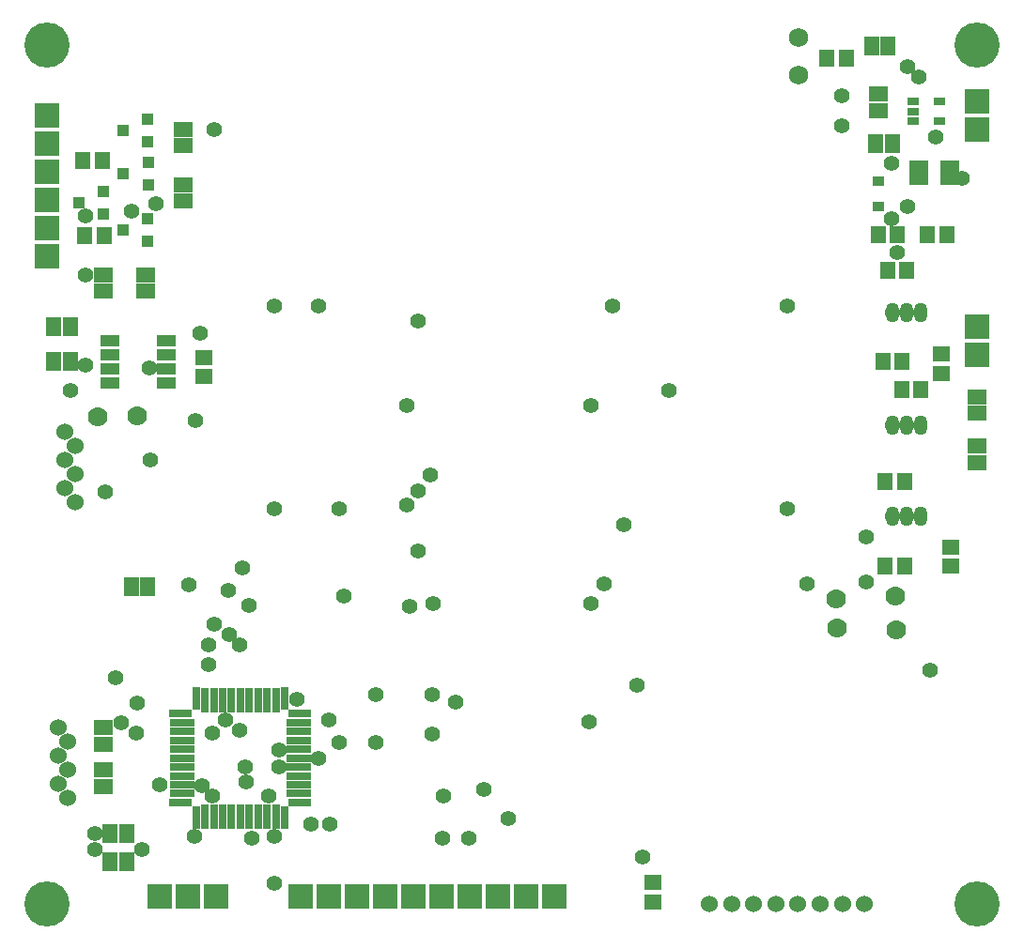
<source format=gbr>
G04 DipTrace 1.50*
%INTop Mask.gbr*%
%MOIN*%
%ADD10C,0.01*%
%ADD11C,0.005*%
%ADD12C,0.003*%
%ADD13C,0.008*%
%ADD14C,0.016*%
%ADD15C,0.02*%
%ADD16C,0.039*%
%ADD17C,0.03*%
%ADD18C,0.0197*%
%ADD19C,0.04*%
%ADD20C,0.0394*%
%ADD21C,0.025*%
%ADD22C,0.015*%
%ADD23R,0.06X0.045*%
%ADD24R,0.045X0.05*%
%ADD25R,0.05X0.045*%
%ADD26R,0.045X0.06*%
%ADD27R,0.03X0.025*%
%ADD28C,0.05*%
%ADD29R,0.08X0.08*%
%ADD30R,0.025X0.025*%
%ADD31R,0.0591X0.0787*%
%ADD32R,0.045X0.065*%
%ADD33C,0.06*%
%ADD34C,0.0591*%
%ADD35C,0.15*%
%ADD36R,0.032X0.032*%
%ADD37R,0.0413X0.0591*%
%ADD38R,0.0689X0.0197*%
%ADD39R,0.0787X0.0197*%
%ADD40R,0.0197X0.0689*%
%ADD41R,0.0197X0.0787*%
%ADD42O,0.04X0.06*%
%ADD43C,0.05*%
%ADD44R,0.06X0.03*%
%ADD45R,0.0335X0.0197*%
%ADD46C,0.045*%
%ADD47C,0.035*%
%ADD48C,0.0354*%
%ADD49C,0.115*%
%ADD50C,0.055*%
%ADD51R,0.0435X0.0297*%
%ADD52R,0.0235X0.0097*%
%ADD53R,0.07X0.04*%
%ADD54R,0.05X0.02*%
%ADD55C,0.06*%
%ADD56C,0.04*%
%ADD57O,0.05X0.07*%
%ADD58O,0.03X0.05*%
%ADD59R,0.0297X0.0887*%
%ADD60R,0.0097X0.0687*%
%ADD61R,0.0297X0.0789*%
%ADD62R,0.0097X0.0589*%
%ADD63R,0.0887X0.0297*%
%ADD64R,0.0687X0.0097*%
%ADD65R,0.0789X0.0297*%
%ADD66R,0.0589X0.0097*%
%ADD67R,0.0513X0.0691*%
%ADD68R,0.0313X0.0491*%
%ADD69R,0.042X0.042*%
%ADD70R,0.022X0.022*%
%ADD71C,0.16*%
%ADD72C,0.14*%
%ADD73C,0.0691*%
%ADD74C,0.0491*%
%ADD75C,0.07*%
%ADD76R,0.055X0.075*%
%ADD77R,0.035X0.055*%
%ADD78R,0.0691X0.0887*%
%ADD79R,0.0491X0.0687*%
%ADD80R,0.035X0.035*%
%ADD81R,0.015X0.015*%
%ADD82R,0.09X0.09*%
%ADD83R,0.07X0.07*%
%ADD84R,0.04X0.035*%
%ADD85R,0.02X0.015*%
%ADD86R,0.055X0.07*%
%ADD87R,0.035X0.05*%
%ADD88R,0.06X0.055*%
%ADD89R,0.055X0.06*%
%ADD90R,0.035X0.04*%
%ADD91R,0.07X0.055*%
%ADD92R,0.05X0.035*%
%ADD93C,0.012*%
%ADD94C,0.0066*%
%ADD95C,0.0087*%
%FSLAX44Y44*%
%SFA1B1*%
%OFA0B0*%
G04*
G70*
G90*
G75*
G01*
%LNTopMask*%
%LPD*%
D50*
X33200Y33700D3*
X10270Y22180D3*
X36541Y32221D3*
X11420Y16140D3*
X13080Y19020D3*
X15380D3*
X13080Y5740D3*
X14380Y7820D3*
X25941Y12760D3*
X13080Y7400D3*
X8380Y6920D3*
X19500Y12180D3*
X19060Y8820D3*
X12860D3*
X11840Y14200D3*
X10740D3*
X10020Y16320D3*
X12020Y9880D3*
X11940Y16920D3*
X10240Y7400D3*
X21360Y8040D3*
X10880Y8820D3*
X19020Y7320D3*
X12180Y15600D3*
X17860Y15580D3*
X11460Y14580D3*
X18660Y12440D3*
Y11020D3*
X19960Y7340D3*
X7060Y19640D3*
X8000Y29581D3*
X15000Y11540D3*
X14640Y10180D3*
X6700Y6920D3*
X12280Y7320D3*
X34081Y18040D3*
X11840Y11160D3*
X6700Y7500D3*
X7620Y11420D3*
X7430Y13040D3*
X8200Y12140D3*
X37461Y30761D3*
X6380Y24121D3*
X10500Y9200D3*
X6380Y29421D3*
Y27341D3*
X9000Y9220D3*
X10920Y32481D3*
Y14940D3*
X35541Y34741D3*
Y29761D3*
X34961Y31281D3*
Y29321D3*
X5840Y23221D3*
X18600Y20220D3*
X25061Y26221D3*
X31261D3*
X18180Y19680D3*
Y25701D3*
X17760Y19180D3*
X27061Y23241D3*
X24301Y22701D3*
X17760D3*
X25461Y18480D3*
X31261Y19020D3*
X18180Y17520D3*
X24761Y16380D3*
X18700Y15660D3*
X24301D3*
X15540Y15940D3*
X31981Y16380D3*
X15360Y10720D3*
X16680D3*
Y12420D3*
X11320Y11540D3*
X10860Y11080D3*
X20500Y9080D3*
X24241Y11480D3*
X8160Y11080D3*
X10740Y13500D3*
X8880Y29861D3*
X8640Y24041D3*
X13860Y12260D3*
X8660Y20760D3*
X36321Y13300D3*
X15020Y7820D3*
X13220Y10480D3*
X12060Y9340D3*
X13220Y9860D3*
X34061Y16440D3*
X26141Y6660D3*
X35161Y28121D3*
X14620Y26221D3*
X13080D3*
X35921Y34361D3*
X33200Y32620D3*
X10420Y25261D3*
D91*
X7000Y11250D3*
Y10668D3*
D89*
X33360Y35040D3*
X32680D3*
D88*
X26500Y5750D3*
Y5070D3*
X10580Y24400D3*
Y23720D3*
D89*
X34750Y17000D3*
X35430D3*
X34750Y20000D3*
X35430D3*
X35500Y27500D3*
X34820D3*
X34660Y24260D3*
X35340D3*
D88*
X37060Y17680D3*
Y17000D3*
D89*
X36000Y23250D3*
X35320D3*
D86*
X5250Y25500D3*
X5832D3*
D89*
X34500Y28750D3*
X35180D3*
D84*
X34500Y29750D3*
Y30650D3*
D89*
X36250Y28750D3*
X36930D3*
D88*
X36720Y23840D3*
Y24520D3*
D33*
X5750Y8750D3*
X5400Y9250D3*
X5750Y9750D3*
X5400Y10250D3*
X5750Y10750D3*
X5400Y11250D3*
D82*
X38000Y33500D3*
Y32500D3*
X9000Y5250D3*
X10000D3*
X11000D3*
X14000D3*
X15000D3*
X16000D3*
X17000D3*
X18000D3*
X19000D3*
X20000D3*
X21000D3*
X22000D3*
X23000D3*
X38000Y25500D3*
Y24500D3*
X5000Y33000D3*
Y32000D3*
Y31000D3*
Y30000D3*
Y29000D3*
Y28000D3*
D33*
X6000Y19250D3*
X5650Y19750D3*
X6000Y20250D3*
X5650Y20750D3*
X6000Y21250D3*
X5650Y21750D3*
D78*
X35940Y30960D3*
X37042D3*
D75*
X6800Y22300D3*
D73*
X31660Y35760D3*
D71*
X38000Y35500D3*
X5000Y5000D3*
D73*
X31680Y34420D3*
D75*
X8200Y22320D3*
X33000Y15840D3*
X33020Y14800D3*
X35100Y15940D3*
X35120Y14740D3*
D71*
X5000Y35500D3*
X38000Y5000D3*
D69*
X8585Y30535D3*
Y31335D3*
X7715Y30935D3*
X7000Y29500D3*
Y30300D3*
X6130Y29900D3*
X8580Y28520D3*
Y29320D3*
X7710Y28920D3*
X8560Y32080D3*
Y32880D3*
X7690Y32480D3*
D86*
X8000Y16250D3*
X8582D3*
X35000Y32000D3*
X34418D3*
X34260Y35460D3*
X34842D3*
D91*
X34500Y33750D3*
Y33168D3*
X38000Y21250D3*
Y20668D3*
Y23000D3*
Y22418D3*
D89*
X6960Y31400D3*
X6280D3*
X7020Y28720D3*
X6340D3*
D86*
X7250Y6500D3*
X7832D3*
X7250Y7500D3*
X7832D3*
D91*
X9820Y29960D3*
Y30542D3*
X7000Y26750D3*
Y27332D3*
X8500Y26750D3*
Y27332D3*
X7000Y9750D3*
Y9168D3*
X9820Y32500D3*
Y31918D3*
D86*
X5250Y24250D3*
X5832D3*
D65*
X9750Y11750D3*
D63*
X9799Y11435D3*
Y11120D3*
Y10805D3*
Y10490D3*
Y10175D3*
Y9860D3*
Y9545D3*
Y9230D3*
Y8915D3*
D65*
X9750Y8600D3*
D61*
X10291Y8059D3*
D59*
X10606Y8108D3*
X10921D3*
X11236D3*
X11551D3*
X11866D3*
X12181D3*
X12496D3*
X12811D3*
X13126D3*
D61*
X13441Y8059D3*
D65*
X13982Y8600D3*
D63*
X13933Y8915D3*
Y9230D3*
Y9545D3*
Y9860D3*
Y10175D3*
Y10490D3*
Y10805D3*
Y11120D3*
Y11435D3*
D65*
X13982Y11750D3*
D61*
X13441Y12291D3*
D59*
X13126Y12242D3*
X12811D3*
X12496D3*
X12181D3*
X11866D3*
X11551D3*
X11236D3*
X10921D3*
X10606D3*
D61*
X10291Y12291D3*
D57*
X35000Y18750D3*
X35500D3*
X36000D3*
X35000Y26000D3*
X35500D3*
X36000D3*
D55*
X28500Y5000D3*
X29287D3*
X30075D3*
X30862D3*
X31650D3*
X32437D3*
X33224D3*
X34012D3*
D57*
X35000Y22000D3*
X35500D3*
X36000D3*
D53*
X7250Y25000D3*
Y24500D3*
Y24000D3*
Y23500D3*
X9250Y25000D3*
Y24500D3*
Y24000D3*
Y23500D3*
D51*
X35750Y33500D3*
Y33126D3*
Y32791D3*
X36675D3*
Y33500D3*
M02*

</source>
